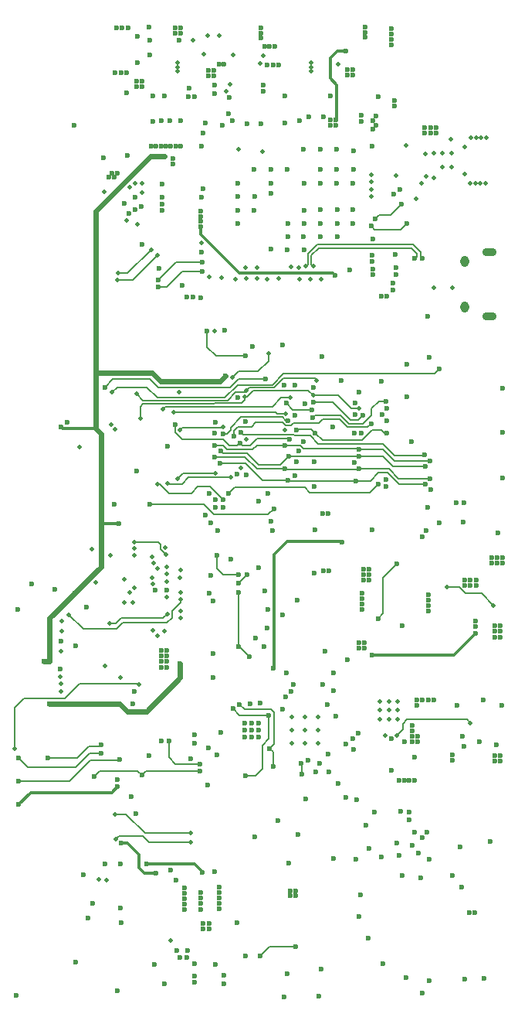
<source format=gbr>
%TF.GenerationSoftware,KiCad,Pcbnew,6.99.0-1.20221101gitf80c150.fc36*%
%TF.CreationDate,2022-11-27T19:34:27+00:00*%
%TF.ProjectId,bugg-main-r4,62756767-2d6d-4616-996e-2d72342e6b69,rev?*%
%TF.SameCoordinates,Original*%
%TF.FileFunction,Copper,L4,Inr*%
%TF.FilePolarity,Positive*%
%FSLAX46Y46*%
G04 Gerber Fmt 4.6, Leading zero omitted, Abs format (unit mm)*
G04 Created by KiCad (PCBNEW 6.99.0-1.20221101gitf80c150.fc36) date 2022-11-27 19:34:27*
%MOMM*%
%LPD*%
G01*
G04 APERTURE LIST*
%TA.AperFunction,ComponentPad*%
%ADD10O,0.950000X1.250000*%
%TD*%
%TA.AperFunction,ComponentPad*%
%ADD11O,1.550000X0.890000*%
%TD*%
%TA.AperFunction,ComponentPad*%
%ADD12C,0.500000*%
%TD*%
%TA.AperFunction,ComponentPad*%
%ADD13C,0.600000*%
%TD*%
%TA.AperFunction,ViaPad*%
%ADD14C,0.600000*%
%TD*%
%TA.AperFunction,ViaPad*%
%ADD15C,0.500000*%
%TD*%
%TA.AperFunction,Conductor*%
%ADD16C,0.150000*%
%TD*%
%TA.AperFunction,Conductor*%
%ADD17C,0.600000*%
%TD*%
%TA.AperFunction,Conductor*%
%ADD18C,0.300000*%
%TD*%
%TA.AperFunction,Conductor*%
%ADD19C,0.200000*%
%TD*%
G04 APERTURE END LIST*
D10*
%TO.N,GND*%
%TO.C,J15*%
X23499999Y34699999D03*
D11*
X26199999Y35699999D03*
D10*
X23499999Y29699999D03*
D11*
X26199999Y28699999D03*
%TD*%
D12*
%TO.N,-15V*%
%TO.C,U18*%
X7367462Y-18075000D03*
X4467462Y-18075000D03*
X7367462Y-16625000D03*
X4467462Y-16625000D03*
X5917462Y-16625000D03*
X5917462Y-18075000D03*
X7367462Y-15175000D03*
X5917462Y-15175000D03*
X4467462Y-15175000D03*
%TD*%
%TO.N,GNDA*%
%TO.C,U28*%
X16125000Y-15375000D03*
X16125000Y-14400000D03*
X16125000Y-13425000D03*
X14175000Y-13425000D03*
X15150000Y-14400000D03*
X14175000Y-14400000D03*
X15150000Y-13425000D03*
X14175000Y-15375000D03*
X15150000Y-15375000D03*
%TD*%
D13*
%TO.N,-15V*%
%TO.C,U23*%
X-625000Y-16625000D03*
X-625000Y-15875000D03*
X875000Y-15875000D03*
X875000Y-17375000D03*
X125000Y-15875000D03*
X875000Y-16625000D03*
X-625000Y-17375000D03*
X125000Y-16625000D03*
X125000Y-17375000D03*
%TD*%
D14*
%TO.N,+3.3VADC*%
X-1400000Y19800000D03*
X19700000Y9750000D03*
X3650000Y21200000D03*
X14800000Y10050000D03*
X17100000Y19900000D03*
X7800000Y24300000D03*
X12150000Y15950000D03*
X14900000Y17300000D03*
X6950000Y10050000D03*
X11450000Y19250000D03*
X11450000Y17950000D03*
X11400000Y12700000D03*
X-475000Y11375000D03*
X14900000Y18600000D03*
X5050000Y12750000D03*
X153631Y25396369D03*
X7900000Y-11600000D03*
X850000Y8500000D03*
D15*
%TO.N,/SCL*%
X-7700000Y-3600000D03*
X-14550000Y33400000D03*
X-10900000Y36000000D03*
X-14900000Y16350000D03*
%TO.N,/SDA*%
X-15350000Y16850000D03*
X-14600000Y32650000D03*
X-15500000Y-4900000D03*
X-9150000Y-3900000D03*
X-18800000Y14400000D03*
X-10250000Y35350000D03*
%TO.N,/FSYNC*%
X-12750000Y3950000D03*
X11850000Y18600000D03*
X6850000Y20050000D03*
X-650000Y19900000D03*
X-9300000Y2600000D03*
X-12450000Y38750000D03*
X-12100000Y17500000D03*
%TO.N,/BCLK*%
X-13600000Y39200000D03*
X-12550000Y20250000D03*
X-1050000Y12100000D03*
X-500000Y20550000D03*
X-12900000Y-2600000D03*
X7200000Y21700000D03*
X-500000Y15250000D03*
%TO.N,/SDOUT*%
X-12750000Y2500000D03*
D14*
%TO.N,GND*%
X17650000Y15000000D03*
X15400000Y58400000D03*
X350000Y40300000D03*
X7647207Y46950000D03*
X9500000Y38900000D03*
D15*
X22100000Y31850000D03*
D14*
X-12450000Y59381420D03*
X-6850000Y52775000D03*
X6950000Y12750000D03*
X-13450000Y60300000D03*
X9500000Y40350000D03*
D15*
X19250000Y44050000D03*
X-1300000Y47000000D03*
D14*
X-14200000Y55403621D03*
D15*
X24700000Y48250000D03*
D14*
X-5500000Y-35600000D03*
X4050000Y38900000D03*
X-6350000Y30850000D03*
X-11100000Y58950000D03*
X-10600000Y-42250000D03*
X-10450000Y-1300000D03*
X3750000Y49900000D03*
X19400000Y28700000D03*
X1900000Y9350000D03*
D15*
X19150000Y46500000D03*
D14*
X-9700000Y41700000D03*
D15*
X6600000Y56000000D03*
D14*
X-3150000Y49600000D03*
X9950000Y21700000D03*
X-17850000Y-37200000D03*
X8750000Y52800000D03*
X5800000Y46950000D03*
X2175000Y42150000D03*
X15800000Y52300000D03*
X-7050000Y30850000D03*
X-13650000Y55400000D03*
X15850000Y35500000D03*
D15*
X-5150000Y57400000D03*
D14*
X7950000Y50550000D03*
X14300000Y30900000D03*
X1400000Y54000000D03*
X-8250000Y60300000D03*
D15*
X22050000Y45050000D03*
X24150000Y48250000D03*
X-8000000Y55500000D03*
X-4700000Y59450000D03*
D14*
X-12600000Y-25750000D03*
X-3450000Y-34350000D03*
X3750000Y52800000D03*
X14000000Y52750000D03*
X15800000Y51700000D03*
D15*
X-3500000Y59450000D03*
D14*
X7650000Y40350000D03*
D15*
X18100000Y41600000D03*
D14*
X-9700000Y40300000D03*
X-3450000Y-36150000D03*
X-4000000Y54050000D03*
X-21450000Y-1200000D03*
X-6200000Y-43550000D03*
D15*
X21000000Y45050000D03*
D14*
X8400000Y-13800000D03*
X-14300000Y-31250000D03*
D15*
X-7650000Y-4300000D03*
D14*
X-3450000Y-35550000D03*
D15*
X20100000Y43850000D03*
D14*
X5850000Y36000000D03*
D15*
X-13850000Y-100000D03*
X21000000Y46550000D03*
D14*
X-10050000Y33950000D03*
X15700000Y42050000D03*
X12100000Y50050000D03*
X23300000Y6150000D03*
D15*
X-1950000Y57300000D03*
D14*
X-5500000Y-34400000D03*
X15600000Y31600000D03*
X-13150000Y-23850000D03*
D15*
X25800000Y48250000D03*
D14*
X-1450000Y43250000D03*
X15900000Y34000000D03*
X-5400000Y47350000D03*
X11150000Y38900000D03*
X27600000Y20800000D03*
X-6200000Y-42200000D03*
X-14100000Y60300000D03*
D15*
X-17000000Y-400000D03*
X-8000000Y56500000D03*
D14*
X8950000Y16600000D03*
X-400000Y49800000D03*
D15*
X15950000Y44100000D03*
D14*
X-19200000Y-42000000D03*
D15*
X20050000Y46550000D03*
D14*
X5376400Y50086400D03*
X19400000Y7750000D03*
X-11100000Y57350000D03*
X15400000Y59600000D03*
X-11200000Y60400000D03*
X-6175000Y52775000D03*
X-8200000Y-33050000D03*
X7650000Y44750000D03*
X15900000Y33300000D03*
X5850000Y38850000D03*
X13300000Y47350000D03*
X5800000Y37400000D03*
D15*
X20050000Y31850000D03*
X17050000Y47450000D03*
D14*
X6350000Y50550000D03*
D15*
X-6350000Y58900000D03*
D14*
X-6200000Y-44200000D03*
D15*
X23450000Y47250000D03*
D14*
X-13550000Y46350000D03*
X9500000Y37400000D03*
D15*
X-2300000Y54100000D03*
D14*
X-7700000Y50100000D03*
X27600000Y16000000D03*
X5800000Y15000000D03*
X-14600000Y-45150000D03*
X11250000Y46850000D03*
X15600000Y32350000D03*
X9450000Y43300000D03*
D15*
X3750000Y16250000D03*
D14*
X-1450000Y38850000D03*
X-1450000Y41800000D03*
X-5450000Y30750000D03*
X-8250000Y59700000D03*
D15*
X-8000000Y56000000D03*
D14*
X-10750000Y52800000D03*
X-18400000Y-32400000D03*
X13400000Y33900000D03*
X-20100000Y17100000D03*
X-11150000Y-19400000D03*
X-9700000Y41000000D03*
X7650000Y37400000D03*
D15*
X22000000Y46550000D03*
D14*
X2200000Y43250000D03*
X-5500000Y-35000000D03*
D15*
X-2700000Y53350000D03*
D14*
X-9450000Y52850000D03*
D15*
X25200000Y43300000D03*
D14*
X11150000Y43250000D03*
D15*
X21900000Y48050000D03*
D14*
X4000000Y44750000D03*
X11250000Y44750000D03*
X11150000Y40400000D03*
X13350000Y37150000D03*
X1500000Y58250000D03*
D15*
X-15400000Y2550000D03*
D14*
X2050000Y58250000D03*
X11400000Y15900000D03*
X-4550000Y9300000D03*
X-7050000Y-41450000D03*
D15*
X6600000Y56500000D03*
D14*
X2200000Y36050000D03*
D15*
X-4600000Y33000000D03*
D14*
X-9800000Y50086400D03*
X-14250000Y-37650000D03*
X-18000000Y-3150000D03*
X-8850000Y50086400D03*
X-20850000Y-6850000D03*
X7650000Y38850000D03*
X-8550000Y45950000D03*
X350000Y44750000D03*
X-16150000Y46050000D03*
X9450000Y47000000D03*
X400000Y41800000D03*
D15*
X25250000Y48250000D03*
X18700000Y43300000D03*
D14*
X-3450000Y-34950000D03*
X-12450000Y56500000D03*
X-14600000Y-22000000D03*
X9450000Y44750000D03*
X13400000Y33250000D03*
X-7650000Y60300000D03*
X-7900000Y58950000D03*
D15*
X23450000Y44300000D03*
D14*
X15400000Y60200000D03*
X-4000000Y53100000D03*
X-550000Y17150000D03*
X13300000Y34750000D03*
X-19400000Y49600000D03*
X-7650000Y59700000D03*
X-5400000Y35700000D03*
D15*
X6600000Y55500000D03*
D14*
X9100000Y-12300000D03*
X12100000Y50700000D03*
X-4956400Y49900000D03*
X2600000Y58250000D03*
X-25700000Y-45650000D03*
X-25550000Y-3350000D03*
X-3450000Y-33750000D03*
X-4350000Y6100000D03*
X27600000Y11000000D03*
X20650000Y6100000D03*
X-5500000Y-36200000D03*
X-10750000Y50050000D03*
X-4000000Y15900000D03*
X15400000Y59000000D03*
X2250000Y6250000D03*
D15*
X24100000Y43300000D03*
X1250000Y46750000D03*
D14*
X-6800000Y53650000D03*
X5850000Y43300000D03*
X7900000Y7150000D03*
X1350000Y53350000D03*
X-8750000Y-31900000D03*
X-2400000Y50900000D03*
X-8550000Y45400000D03*
X7650000Y43300000D03*
D15*
X1000000Y56400000D03*
D14*
X-14750000Y60300000D03*
X2200000Y44750000D03*
X23350000Y8300000D03*
X13300000Y35350000D03*
X-13600000Y53200000D03*
X8500000Y7150000D03*
X-2000000Y50100000D03*
X-2350000Y52700000D03*
X-19200000Y-7400000D03*
X-1450000Y40300000D03*
D15*
X1350000Y57250000D03*
X-16000000Y-9550000D03*
D14*
X10850000Y33800000D03*
X14900000Y30900000D03*
X5850000Y40300000D03*
D15*
X-20900000Y-10750000D03*
X25750000Y43300000D03*
D14*
X-7500000Y32050000D03*
D15*
X24650000Y43300000D03*
D14*
X-14850000Y55400000D03*
X4050000Y37400000D03*
X4000000Y36000000D03*
X-24050000Y-600000D03*
%TO.N,+3V3*%
X-22050000Y-13750000D03*
X-7750000Y-9300000D03*
X-22050000Y-9100000D03*
X-10400000Y-32300000D03*
X-9500000Y46250000D03*
X-14250000Y-29000000D03*
X-20800000Y16625000D03*
X-17000000Y34200000D03*
X-14450000Y6050000D03*
X-22650000Y-9100000D03*
X-2800000Y22200000D03*
X-19275000Y-1575000D03*
X-12000000Y-14550000D03*
%TO.N,/Power and input connector/Vin*%
X13700000Y50650000D03*
X1100000Y59150000D03*
X13350000Y50150000D03*
X1100000Y60250000D03*
X12550000Y60350000D03*
X1100000Y59700000D03*
X13350000Y49150000D03*
X13700000Y49650000D03*
X12550000Y59250000D03*
X12550000Y59800000D03*
D15*
%TO.N,/Modem/UIM_SIM_DET*%
X-5400000Y36750000D03*
X-3975000Y27075000D03*
D14*
%TO.N,/Modem/UIM_VCC*%
X-25450800Y-24739600D03*
X-5550000Y-20300000D03*
D15*
X13206594Y41793406D03*
D14*
X-9000000Y-17800000D03*
X-14600000Y-22800000D03*
%TO.N,/Modem/UIM_RESET_N*%
X-6600000Y-19700000D03*
X-25450800Y-22199600D03*
X-14350000Y-19800000D03*
D15*
X13200000Y44200000D03*
D14*
%TO.N,/Modem/UIM_CLK_R*%
X-16400000Y-19100000D03*
X-25450800Y-19659600D03*
%TO.N,/Power and input connector/VIN_DCDC_3V7*%
X10600000Y55100000D03*
X2450000Y56250000D03*
X1800000Y56250000D03*
X11150000Y55100000D03*
X10600000Y55700000D03*
X3100000Y56250000D03*
X11150000Y55700000D03*
D15*
%TO.N,/SD_DAT2*%
X-9400000Y3350000D03*
X-20830000Y-12370000D03*
%TO.N,/SD_DAT3*%
X-9250000Y-2000000D03*
X-20850000Y-11550000D03*
D14*
%TO.N,/SD_CMD*%
X-20900000Y-9900000D03*
D15*
X-13850000Y-2650000D03*
%TO.N,/SD_CLK*%
X-20800000Y-8000000D03*
D14*
X-9250000Y-1250000D03*
D15*
%TO.N,/SD_DAT0*%
X-13300000Y-1550000D03*
X-20700000Y-5750000D03*
%TO.N,/SD_DAT1*%
X-12750000Y-1050000D03*
X-20700000Y-4670000D03*
%TO.N,/SD_nDET*%
X-19950000Y-3950000D03*
X-7700000Y-2300000D03*
D14*
%TO.N,/LED driver\u002C LED board connections/LED3_B*%
X-12700000Y40350000D03*
%TO.N,VBUS*%
X-14950000Y43900000D03*
X18800000Y-45400000D03*
X-4600000Y-37750000D03*
X-5200000Y-38350000D03*
X-4600000Y-38350000D03*
X-15250000Y44400000D03*
X-11050000Y8100000D03*
X-5350000Y-32200000D03*
X-11400000Y-31250000D03*
X-15550000Y43900000D03*
X-14650000Y44400000D03*
X18850000Y4550000D03*
X-5200000Y-37750000D03*
X2550000Y7650000D03*
%TO.N,/USB_OTG_ID*%
X22550000Y8300000D03*
X19600000Y24250000D03*
X17100000Y23450000D03*
%TO.N,/Power and input connector/VIN_DCDC_5*%
X-4050000Y55600000D03*
X-4050000Y55000000D03*
X-11900000Y53850000D03*
X-12500000Y53850000D03*
X-4650000Y55600000D03*
X-4650000Y55000000D03*
X-12500000Y54450000D03*
X-11900000Y54450000D03*
D15*
%TO.N,/RXD*%
X-10200000Y-6300000D03*
X-14800000Y-28500000D03*
X-6600000Y-28850000D03*
%TO.N,/TXD*%
X-14850000Y-25800000D03*
X-10700000Y-5650000D03*
X-6600000Y-27900000D03*
D14*
%TO.N,/LED driver\u002C LED board connections/LED3_G*%
X-12000000Y40700000D03*
%TO.N,/nPWR_LED*%
X-13850000Y41100000D03*
X-17325000Y-35525000D03*
%TO.N,/LED driver\u002C LED board connections/LED2_B*%
X-12700000Y41700000D03*
D15*
%TO.N,/LED driver\u002C LED board connections/LED2_G*%
X-11900000Y42250000D03*
%TO.N,/LED driver\u002C LED board connections/LED2_R*%
X-13300000Y42850000D03*
%TO.N,/LED driver\u002C LED board connections/LED1_B*%
X-16100000Y42300000D03*
X-11900000Y43250000D03*
%TO.N,/LED driver\u002C LED board connections/LED1_G*%
X-12700000Y43250000D03*
D14*
%TO.N,/LED driver\u002C LED board connections/LED1_R*%
X-9750000Y43200000D03*
%TO.N,+5V*%
X17700000Y-16100000D03*
X27350000Y-5800000D03*
X26750000Y-6400000D03*
X2450000Y-9800000D03*
X17700000Y-17300000D03*
X-9100000Y14500000D03*
X10000000Y4000000D03*
X-8750000Y47350000D03*
X-3500000Y56300000D03*
X-9850000Y-8500000D03*
X-2950000Y56300000D03*
X-5200000Y48800000D03*
X26750000Y-5200000D03*
X27050000Y2300000D03*
X-9850000Y-9100000D03*
X-7650000Y47350000D03*
X27500000Y-13850000D03*
X-9250000Y-7900000D03*
X-9850000Y47350000D03*
X-11900000Y36600000D03*
X27650000Y2300000D03*
X-9850000Y-7900000D03*
X-10950000Y47350000D03*
X26750000Y-5800000D03*
X17700000Y-17900000D03*
X26450000Y2300000D03*
X18300000Y-17900000D03*
X27350000Y-6400000D03*
X17700000Y-16700000D03*
X-9850000Y-9700000D03*
X27350000Y-5200000D03*
X27050000Y1700000D03*
X-9250000Y-9100000D03*
X27650000Y1700000D03*
X-9300000Y47350000D03*
X18300000Y-17300000D03*
X26450000Y1700000D03*
X-9250000Y-8500000D03*
X22600000Y-13850000D03*
X-8200000Y47350000D03*
X-9250000Y-9700000D03*
X-10400000Y47350000D03*
%TO.N,/USB_UART_DN*%
X-8150000Y-40700000D03*
%TO.N,/USB_UART_DP*%
X-6900000Y-40700000D03*
D15*
%TO.N,/POWER_ON_N*%
X-7700000Y900000D03*
X-3000000Y16600000D03*
X-7750000Y16250000D03*
%TO.N,/RESET_IN_N*%
X-2150000Y11050000D03*
X-9150000Y10400000D03*
X-9250000Y1250000D03*
%TO.N,/BOOT_MODE*%
X-8000000Y10950000D03*
X-3900000Y11550000D03*
X-9250000Y-300000D03*
%TO.N,/WAKE*%
X-2000000Y22000000D03*
X1950000Y24600000D03*
D14*
%TO.N,GNDA*%
X16300000Y-22100000D03*
X-2950000Y-44350000D03*
X20050000Y-13300000D03*
X11300000Y-18700000D03*
X23432951Y-43845022D03*
X11600000Y-24250000D03*
X-3650000Y5250000D03*
X7500000Y-45700000D03*
X-2950000Y-43450000D03*
X19600000Y-30750000D03*
X26250000Y-28750000D03*
X19450000Y-1750000D03*
X23400000Y-18400000D03*
X4900000Y-34750000D03*
X9100000Y-10300000D03*
X1450000Y-7450000D03*
X-4550000Y-1600000D03*
X26900000Y-18200000D03*
X27100000Y5000000D03*
X22950000Y-29400000D03*
X9100000Y-30650000D03*
X16850000Y-22100000D03*
X8550000Y-21150000D03*
X3625000Y-45800000D03*
X25600000Y-43800000D03*
X10578849Y-8870138D03*
X1900000Y-3350000D03*
X9600000Y-22400000D03*
X12200000Y-1600000D03*
X2400000Y5250000D03*
X22100000Y-19300000D03*
X3900000Y-10350000D03*
X11550000Y-30700000D03*
X18250000Y-13300000D03*
X25500000Y-13300000D03*
X4900000Y-34200000D03*
X23150000Y-33750000D03*
X17950000Y-22100000D03*
X19450000Y-3550000D03*
X19450000Y-13300000D03*
X4350000Y-34750000D03*
X24650000Y-5250000D03*
X12900000Y-39400000D03*
X19450000Y-2950000D03*
X19250000Y5250000D03*
X24650000Y-4650000D03*
X6250000Y-19900000D03*
X7100000Y-21150000D03*
X3000000Y-26500000D03*
X18250000Y-13900000D03*
X17400000Y-22100000D03*
X-2200000Y2150000D03*
X1550000Y-1350000D03*
X4000000Y-43250000D03*
X19450000Y-2350000D03*
X-4650000Y-18550000D03*
X15400000Y-17550000D03*
X4350000Y-34200000D03*
X12650000Y-27050000D03*
X13300000Y5300000D03*
X-3850000Y-42250000D03*
X8100000Y-7950000D03*
X12200000Y-2800000D03*
X22100000Y-19900000D03*
X25050000Y-17850000D03*
X17350000Y-26400000D03*
X400000Y-28300000D03*
X7000000Y5350000D03*
X-4150000Y-8200000D03*
X-4750000Y-22650000D03*
X18850000Y-13300000D03*
X14450000Y-42150000D03*
X12200000Y-2200000D03*
X7700000Y-42800000D03*
X5200000Y-28000000D03*
X6950000Y550000D03*
X16650000Y-5200000D03*
X12200000Y-3400000D03*
X-4400000Y350000D03*
%TO.N,/MIC_IN_P*%
X-550000Y-41300000D03*
D15*
%TO.N,/WAKE_ON_WWAN*%
X3850000Y18050000D03*
X-10650000Y1700000D03*
X-8450000Y18200000D03*
%TO.N,/TX_ON*%
X4350000Y19800000D03*
X-10800000Y2400000D03*
X-9600000Y18550000D03*
D14*
%TO.N,/Modem/1V8_TX_ON*%
X-5400000Y41700000D03*
X4850000Y21200000D03*
%TO.N,/Modem/1V8_WAKE_ON_WWAN*%
X5900000Y19100000D03*
X16336715Y42563286D03*
%TO.N,/Modem/1V8_WAKE*%
X3450000Y25550000D03*
D15*
X4400000Y34100000D03*
D14*
%TO.N,/Modem/1V8_BOOT_MODE*%
X5250000Y13950000D03*
X1150000Y49750000D03*
D15*
%TO.N,/Modem/1V8_RESET_IN_N*%
X5250000Y34050000D03*
D14*
X4850000Y11300000D03*
%TO.N,/Modem/1V8_POWER_ON_N*%
X4850000Y17850000D03*
X-5250000Y42700000D03*
%TO.N,Net-(D1-K)*%
X-14300000Y-36100000D03*
X-15950000Y-31250000D03*
D15*
%TO.N,/MODEM_USB_DN*%
X6050000Y34200000D03*
D14*
X18800000Y35050000D03*
D15*
%TO.N,/MODEM_USB_DP*%
X6850000Y34200000D03*
D14*
X18000000Y35050000D03*
%TO.N,Net-(D3-K)*%
X-9500000Y-44350000D03*
X1650000Y21850000D03*
X-16000000Y20950000D03*
%TO.N,+3V7*%
X9200000Y33200000D03*
X9350000Y49600000D03*
X10400000Y57750000D03*
X8750000Y49600000D03*
X8750000Y50200000D03*
X-5450000Y39100000D03*
X9350000Y50200000D03*
X-5450000Y40200000D03*
X-5450000Y38550000D03*
X-5450000Y39650000D03*
D15*
%TO.N,/Modem/UIM_CLK*%
X13200000Y42600000D03*
D14*
X-6150000Y-17100000D03*
%TO.N,/GLOBAL_EN_o*%
X-12800000Y-12350000D03*
X-15000000Y8100000D03*
D15*
%TO.N,/nRPIBOOT*%
X-14300000Y-10850000D03*
X-15200000Y20400000D03*
D14*
X20681118Y22932069D03*
D15*
%TO.N,/3V7_EN*%
X-10800000Y100000D03*
X9600000Y56300000D03*
%TO.N,/nPWR_LED_BUF*%
X-25900000Y-18600000D03*
X-15800000Y-33050000D03*
X-12300000Y-11600000D03*
D14*
%TO.N,/MIC_IN_N*%
X4900000Y-40300000D03*
X1050000Y-41300000D03*
%TO.N,Net-(Module1A-RUN_PG)*%
X-12950000Y-13750000D03*
D15*
%TO.N,Net-(U7-UART1_TX)*%
X-600000Y34050000D03*
D14*
X-10109200Y32715200D03*
X-5283200Y34645600D03*
%TO.N,Net-(U7-UART1_RX)*%
X-10109200Y31902400D03*
D15*
X650000Y34050000D03*
D14*
X-5283200Y33578800D03*
%TO.N,Net-(U7-SYS_CLK)*%
X13200000Y38600000D03*
X17100000Y38900000D03*
%TO.N,Net-(U7-SLEEP_CLK)*%
X16500000Y41000000D03*
X13650000Y39400000D03*
%TO.N,/Modem/UIM_DATA*%
X-22250400Y-19659600D03*
D15*
X13200000Y43412246D03*
D14*
X-16400000Y-18200000D03*
X-6150000Y-18000000D03*
%TO.N,Net-(U18A-SOUT2)*%
X4150000Y-31150000D03*
X6050000Y-24150000D03*
%TO.N,Net-(U18A-SOUT1)*%
X5500000Y-20200000D03*
X5600000Y-21450000D03*
%TO.N,+15V*%
X7550000Y-20250000D03*
X-1550000Y-37650000D03*
X550000Y-6500000D03*
X12500000Y-7050000D03*
X5100000Y-2400000D03*
X11900000Y-7050000D03*
X-100000Y-13750000D03*
X11900000Y-7650000D03*
X11850000Y-37000000D03*
X12500000Y-7650000D03*
%TO.N,-15V*%
X-3950000Y-32100000D03*
X8500000Y-19250000D03*
X27400000Y-19350000D03*
X1800000Y-5450000D03*
X12050000Y-34600000D03*
X26800000Y-19950000D03*
X-3300000Y-16850000D03*
X-4150000Y-10850000D03*
X26800000Y-19350000D03*
X27400000Y-19950000D03*
%TO.N,Net-(U27-IN+)*%
X-400000Y400000D03*
X-1350000Y-550000D03*
%TO.N,Net-(U27-IN-)*%
X-3700000Y2500000D03*
X-1300000Y400000D03*
%TO.N,+1V8*%
X900000Y1150000D03*
X23200000Y-17300000D03*
X24650000Y-6050000D03*
X13289077Y-8387876D03*
%TO.N,+48V*%
X24600000Y-36550000D03*
X8000000Y850000D03*
X16900000Y-17900000D03*
X8600000Y850000D03*
X24000000Y-36550000D03*
X15450000Y-21000000D03*
%TO.N,+3.3VA*%
X17750000Y-29200000D03*
X17000000Y-43650000D03*
%TO.N,/Power and input connector/-15_O*%
X18000000Y-19600000D03*
X11750000Y-16900000D03*
%TO.N,Net-(C71-Pad2)*%
X-150000Y-8550000D03*
X-1300000Y-7450000D03*
X-1300000Y-1550000D03*
%TO.N,Net-(D14-A)*%
X-3750000Y-19300000D03*
X1000000Y-13650000D03*
%TO.N,/SDOUT_INT_MIC*%
X-12550000Y11800000D03*
X-13400000Y39950000D03*
%TO.N,+5VA*%
X3450000Y-4000000D03*
X-4150000Y-2450000D03*
%TO.N,/EXT_MIC_EN*%
X-600000Y24350000D03*
D15*
X-10250000Y1100000D03*
D14*
X-4800000Y27100000D03*
D15*
X26600000Y-2950000D03*
D14*
X-3050000Y8650000D03*
D15*
X14750000Y-17150000D03*
X16050000Y-17150000D03*
X-10200000Y10350000D03*
X21500000Y-950000D03*
X24100000Y-15800000D03*
%TO.N,/SPI_SCLK*%
X-7800000Y100000D03*
%TO.N,/SPI_nCS*%
X-10750000Y-600000D03*
%TO.N,/SPI_MOSI*%
X-7650000Y-1550000D03*
D14*
%TO.N,Net-(Q13-D)*%
X22150000Y-32550000D03*
X18650000Y-32750000D03*
%TO.N,Net-(Q14-D)*%
X16600000Y-32500000D03*
X18800000Y-28350000D03*
%TO.N,/External Microphone Interface/PIP_EN*%
X19300000Y-27750000D03*
X16400000Y-25450000D03*
X9300000Y-15050000D03*
X10400000Y-23950000D03*
%TO.N,/External Microphone Interface/P3V3_EN*%
X17350000Y-25550000D03*
X11150000Y-17500000D03*
%TO.N,/External Microphone Interface/P48_EN*%
X18000000Y-27800000D03*
X10400000Y-18100000D03*
X13600000Y-25550000D03*
X19600000Y-44000000D03*
X18350000Y-30100000D03*
%TO.N,Net-(Q20-D)*%
X14300000Y-30500000D03*
X12950000Y-29550000D03*
%TO.N,Net-(Q21-D)*%
X16050000Y-29000000D03*
X16300000Y-30300000D03*
%TO.N,Net-(U18A-IN1)*%
X2450000Y-20600000D03*
X2062500Y-18587500D03*
X-1275000Y-13775000D03*
%TO.N,Net-(U18A-IN2)*%
X1950000Y-14950000D03*
X-600000Y-21600000D03*
X-1950000Y-14250000D03*
%TO.N,/External Microphone Interface/CNV*%
X14300000Y21550000D03*
X13950000Y10300000D03*
X-2400000Y9300000D03*
%TO.N,/External Microphone Interface/SCK*%
X-1500000Y11450000D03*
X-3900000Y17100000D03*
%TO.N,/External Microphone Interface/AMP_MOSI*%
X-3050000Y7800000D03*
X4700000Y-11600000D03*
%TO.N,/External Microphone Interface/AMP_SCLK*%
X4450000Y-12400000D03*
X-3850000Y7800000D03*
%TO.N,/External Microphone Interface/AMP_nCS*%
X-3850000Y8600000D03*
X3850000Y-12950000D03*
%TO.N,/External Microphone Interface/Q0*%
X19116421Y10316421D03*
X-3350000Y12650000D03*
X11550000Y10700000D03*
X4050000Y10750000D03*
%TO.N,/External Microphone Interface/Q1*%
X-3975000Y13325000D03*
X11850000Y12000000D03*
X19650000Y10950000D03*
X3750000Y12000000D03*
%TO.N,/External Microphone Interface/Q2*%
X-3300000Y14000000D03*
X19150000Y12250000D03*
X11900000Y13350000D03*
X4150000Y13350000D03*
%TO.N,/External Microphone Interface/Q3*%
X3750000Y14600000D03*
X19650000Y12900000D03*
X-3950000Y14600000D03*
X11900000Y14150000D03*
%TO.N,/External Microphone Interface/Q4*%
X14900000Y15900000D03*
X7050000Y15950000D03*
X-1200000Y14850000D03*
X4250000Y15200000D03*
X-8300000Y16850000D03*
X5050000Y16250000D03*
%TO.N,/External Microphone Interface/CLK_H*%
X-1100000Y16000000D03*
X19100000Y13550000D03*
%TO.N,/External Microphone Interface/RST*%
X11850000Y20400000D03*
X13200000Y16950000D03*
X-1850000Y15550000D03*
%TO.N,/External Microphone Interface/!Qeq2*%
X6675000Y18475000D03*
X3900000Y19200000D03*
%TO.N,/External Microphone Interface/!Qeq10*%
X14400000Y17950000D03*
X14800000Y10850000D03*
%TO.N,/External Microphone Interface/Qeq2*%
X6900000Y20950000D03*
X6750000Y17650000D03*
X14800000Y19400000D03*
%TO.N,/External Microphone Interface/AMP_RST*%
X-3050000Y15850000D03*
X3467462Y-14282538D03*
X-4950000Y6950000D03*
X4050000Y17300000D03*
%TO.N,Net-(U19A-~{R})*%
X12300000Y17850000D03*
X6900000Y19300000D03*
D15*
%TO.N,/SHDNZ*%
X-9250000Y500000D03*
X-7900000Y20400000D03*
%TO.N,/LED_ACT*%
X-16700000Y-32950000D03*
X-17400000Y3200000D03*
X-12750000Y3300000D03*
%TO.N,/LED_USER*%
X-9450000Y-5750000D03*
X-8750000Y-39650000D03*
D14*
%TO.N,/Power and input connector/LT_VIN*%
X24700000Y-800000D03*
X12350000Y450000D03*
X24100000Y-200000D03*
X12350000Y1050000D03*
X12350000Y-150000D03*
X24700000Y-200000D03*
X12950000Y1050000D03*
X23500000Y-800000D03*
X23500000Y-200000D03*
X12950000Y-150000D03*
X12950000Y450000D03*
X24100000Y-800000D03*
%TO.N,/Power and input connector/LT_VOUT*%
X13950000Y-4400000D03*
X16000000Y1600000D03*
%TO.N,/Modem/UIM_DSW*%
X-5550000Y-21100000D03*
X-17170400Y-21640800D03*
X-11950000Y-21550000D03*
X-9850000Y-17800000D03*
X-2850000Y27150000D03*
D15*
%TO.N,/Modem/J1*%
X-3170000Y32950000D03*
%TO.N,/Modem/J2*%
X-1700000Y32800000D03*
%TO.N,/Modem/J3*%
X-510000Y32810000D03*
%TO.N,/Modem/J4*%
X650000Y32820000D03*
%TO.N,/Modem/J5*%
X1810000Y32800000D03*
%TO.N,/Modem/J6*%
X3100000Y32830000D03*
%TO.N,/Modem/J7*%
X5380000Y32800000D03*
%TO.N,/Modem/J8*%
X6550000Y32800000D03*
%TO.N,/Modem/J9*%
X7700000Y32800000D03*
D14*
%TO.N,IN_VIN*%
X-7300000Y-36250000D03*
X-7300000Y-33850000D03*
X-7300000Y-35050000D03*
X19700000Y48750000D03*
X-7300000Y-34450000D03*
X20300000Y49350000D03*
X20300000Y48750000D03*
X19700000Y49350000D03*
X-7800000Y-41450000D03*
X-7300000Y-35650000D03*
X19100000Y49350000D03*
X19100000Y48750000D03*
%TD*%
D16*
%TO.N,/SCL*%
X-14550000Y33400000D02*
X-13500000Y33400000D01*
X-13500000Y33400000D02*
X-10900000Y36000000D01*
%TO.N,/SDA*%
X-12950000Y32650000D02*
X-10250000Y35350000D01*
X-14800000Y-4900000D02*
X-15500000Y-4900000D01*
X-14250000Y-4350000D02*
X-14800000Y-4900000D01*
X-9600000Y-4350000D02*
X-14250000Y-4350000D01*
X-14600000Y32650000D02*
X-12950000Y32650000D01*
X-9150000Y-3900000D02*
X-9600000Y-4350000D01*
%TO.N,/FSYNC*%
X-9300000Y2600000D02*
X-9325000Y2600000D01*
X-650000Y19550000D02*
X-650000Y19900000D01*
X-9325000Y2600000D02*
X-9900000Y3175000D01*
X11050000Y18600000D02*
X11850000Y18600000D01*
X6850000Y20050000D02*
X6300000Y20600000D01*
X9600000Y20050000D02*
X11050000Y18600000D01*
X-450000Y19900000D02*
X-650000Y19900000D01*
X-9900000Y3175000D02*
X-9900000Y3700000D01*
X6850000Y20050000D02*
X9600000Y20050000D01*
X-3950000Y19200000D02*
X-1000000Y19200000D01*
X-1000000Y19200000D02*
X-650000Y19550000D01*
X-4050000Y19100000D02*
X-3950000Y19200000D01*
X6300000Y20600000D02*
X250000Y20600000D01*
X-12100000Y18800000D02*
X-11800000Y19100000D01*
X-12100000Y17500000D02*
X-12100000Y18800000D01*
X-9900000Y3700000D02*
X-10150000Y3950000D01*
X-11800000Y19100000D02*
X-4050000Y19100000D01*
X-10150000Y3950000D02*
X-12750000Y3950000D01*
X250000Y20600000D02*
X-450000Y19900000D01*
%TO.N,/BCLK*%
X-11800000Y19500000D02*
X-12550000Y20250000D01*
X7000000Y21900000D02*
X7200000Y21700000D01*
X-150000Y20900000D02*
X2536827Y20900000D01*
X-1650000Y20400000D02*
X-2550000Y19500000D01*
X-650000Y20400000D02*
X-1650000Y20400000D01*
X-2550000Y19500000D02*
X-11800000Y19500000D01*
X-500000Y20550000D02*
X-650000Y20400000D01*
X3536827Y21900000D02*
X7000000Y21900000D01*
X-500000Y20550000D02*
X-150000Y20900000D01*
X2536827Y20900000D02*
X3536827Y21900000D01*
D17*
%TO.N,+3V3*%
X-22050000Y-4350000D02*
X-22050000Y-9100000D01*
X-2800000Y22200000D02*
X-3400000Y21600000D01*
X-14350000Y-13750000D02*
X-13550000Y-14550000D01*
D18*
X-13550000Y-29000000D02*
X-12300000Y-30250000D01*
D17*
X-17000000Y22500000D02*
X-17000000Y40250000D01*
D18*
X-12300000Y-30250000D02*
X-12300000Y-31700000D01*
X-17150000Y16450000D02*
X-17100000Y16500000D01*
X-14450000Y6050000D02*
X-16400000Y6050000D01*
D17*
X-17100000Y16500000D02*
X-16400000Y15800000D01*
X-9900000Y21600000D02*
X-10800000Y22500000D01*
X-7750000Y-10850000D02*
X-7750000Y-9300000D01*
X-11000000Y46250000D02*
X-9500000Y46250000D01*
D18*
X-11700000Y-32300000D02*
X-10400000Y-32300000D01*
D17*
X-17000000Y16600000D02*
X-17100000Y16500000D01*
X-11450000Y-14550000D02*
X-7750000Y-10850000D01*
X-13550000Y-14550000D02*
X-11450000Y-14550000D01*
X-17000000Y40250000D02*
X-11000000Y46250000D01*
X-10800000Y22500000D02*
X-17000000Y22500000D01*
X-16400000Y15800000D02*
X-16400000Y6050000D01*
X-3400000Y21600000D02*
X-9900000Y21600000D01*
X-22050000Y-13750000D02*
X-14350000Y-13750000D01*
D18*
X-14250000Y-29000000D02*
X-13550000Y-29000000D01*
D17*
X-16400000Y6050000D02*
X-16400000Y1300000D01*
D18*
X-20800000Y16625000D02*
X-20625000Y16450000D01*
X-12300000Y-31700000D02*
X-11700000Y-32300000D01*
D17*
X-22650000Y-9100000D02*
X-22050000Y-9100000D01*
D18*
X-20625000Y16450000D02*
X-17150000Y16450000D01*
D17*
X-17000000Y22500000D02*
X-17000000Y16600000D01*
X-16400000Y1300000D02*
X-22050000Y-4350000D01*
D18*
%TO.N,/Modem/UIM_VCC*%
X-14600000Y-22800000D02*
X-15218800Y-23418800D01*
D19*
X-9000000Y-19550000D02*
X-8250000Y-20300000D01*
X-8250000Y-20300000D02*
X-5550000Y-20300000D01*
D18*
X-25450800Y-24739600D02*
X-24130000Y-23418800D01*
X-15218800Y-23418800D02*
X-18531200Y-23418800D01*
D19*
X-9000000Y-17800000D02*
X-9000000Y-19550000D01*
D18*
X-24130000Y-23418800D02*
X-18531200Y-23418800D01*
D19*
%TO.N,/Modem/UIM_RESET_N*%
X-14463600Y-19913600D02*
X-17563600Y-19913600D01*
X-19849600Y-22199600D02*
X-25450800Y-22199600D01*
X-17563600Y-19913600D02*
X-19849600Y-22199600D01*
X-14350000Y-19800000D02*
X-14463600Y-19913600D01*
%TO.N,/Modem/UIM_CLK_R*%
X-17650800Y-19100800D02*
X-19174800Y-20624800D01*
X-16400800Y-19100800D02*
X-17650800Y-19100800D01*
X-16400000Y-19100000D02*
X-16400800Y-19100800D01*
X-24485600Y-20624800D02*
X-25450800Y-19659600D01*
X-19174800Y-20624800D02*
X-24485600Y-20624800D01*
D16*
%TO.N,/SD_nDET*%
X-14050000Y-4850000D02*
X-14700000Y-5500000D01*
X-8650000Y-4300000D02*
X-9200000Y-4850000D01*
X-14700000Y-5500000D02*
X-18400000Y-5500000D01*
X-7700000Y-2650000D02*
X-8650000Y-3600000D01*
X-18400000Y-5500000D02*
X-19950000Y-3950000D01*
X-8650000Y-3600000D02*
X-8650000Y-4300000D01*
X-7700000Y-2300000D02*
X-7700000Y-2650000D01*
X-9200000Y-4850000D02*
X-14050000Y-4850000D01*
D18*
%TO.N,VBUS*%
X-5350000Y-32100000D02*
X-5350000Y-32200000D01*
D19*
X-4050000Y7000000D02*
X-5150000Y8100000D01*
D18*
X-6200000Y-31250000D02*
X-5500000Y-31950000D01*
D19*
X-5150000Y8100000D02*
X-11050000Y8100000D01*
D18*
X-11400000Y-31250000D02*
X-6200000Y-31250000D01*
D19*
X1900000Y7000000D02*
X-4050000Y7000000D01*
D18*
X-5500000Y-31950000D02*
X-5350000Y-32100000D01*
D19*
X2550000Y7650000D02*
X1900000Y7000000D01*
D16*
%TO.N,/RXD*%
X-11800000Y-28200000D02*
X-11150000Y-28850000D01*
X-14800000Y-28500000D02*
X-14500000Y-28200000D01*
X-14500000Y-28200000D02*
X-11800000Y-28200000D01*
X-11150000Y-28850000D02*
X-6600000Y-28850000D01*
%TO.N,/TXD*%
X-11600000Y-27900000D02*
X-6600000Y-27900000D01*
X-14850000Y-25800000D02*
X-13700000Y-25800000D01*
X-13700000Y-25800000D02*
X-11600000Y-27900000D01*
D18*
%TO.N,+5V*%
X10000000Y4000000D02*
X9950000Y4050000D01*
X2550000Y-9700000D02*
X2450000Y-9800000D01*
X9950000Y4050000D02*
X4000000Y4050000D01*
X2550000Y2600000D02*
X2550000Y-9700000D01*
X4000000Y4050000D02*
X2550000Y2600000D01*
D16*
%TO.N,/POWER_ON_N*%
X-3000000Y16600000D02*
X-3100000Y16500000D01*
X-7500000Y16500000D02*
X-7750000Y16250000D01*
X-3100000Y16500000D02*
X-7500000Y16500000D01*
%TO.N,/RESET_IN_N*%
X-9100000Y10350000D02*
X-9150000Y10400000D01*
X-2150000Y11050000D02*
X-6850000Y11050000D01*
X-6850000Y11050000D02*
X-7550000Y10350000D01*
X-7550000Y10350000D02*
X-9100000Y10350000D01*
%TO.N,/BOOT_MODE*%
X-7400000Y11550000D02*
X-8000000Y10950000D01*
X-3900000Y11550000D02*
X-7400000Y11550000D01*
%TO.N,/WAKE*%
X800000Y22650000D02*
X1950000Y23800000D01*
X1950000Y23800000D02*
X1950000Y24600000D01*
X-1350000Y22650000D02*
X800000Y22650000D01*
X-2000000Y22000000D02*
X-1350000Y22650000D01*
%TO.N,/WAKE_ON_WWAN*%
X2750000Y18200000D02*
X2900000Y18050000D01*
X-8450000Y18200000D02*
X2750000Y18200000D01*
X2900000Y18050000D02*
X3850000Y18050000D01*
%TO.N,/TX_ON*%
X2350000Y18800000D02*
X-9350000Y18800000D01*
X4350000Y19800000D02*
X3350000Y19800000D01*
X-9350000Y18800000D02*
X-9600000Y18550000D01*
X3350000Y19800000D02*
X2350000Y18800000D01*
D19*
%TO.N,/MODEM_USB_DN*%
X18600000Y35250000D02*
X18600000Y35732844D01*
X7267156Y36550000D02*
X6250000Y35532844D01*
X6250000Y35532844D02*
X6250000Y34400000D01*
X6250000Y34400000D02*
X6050000Y34200000D01*
X17782844Y36550000D02*
X7267156Y36550000D01*
X18800000Y35050000D02*
X18600000Y35250000D01*
X18600000Y35732844D02*
X17782844Y36550000D01*
%TO.N,/MODEM_USB_DP*%
X6650000Y35367156D02*
X6650000Y34400000D01*
X6650000Y34400000D02*
X6850000Y34200000D01*
X18200000Y35250000D02*
X18200000Y35567156D01*
X18200000Y35567156D02*
X17617156Y36150000D01*
X7432844Y36150000D02*
X6650000Y35367156D01*
X17617156Y36150000D02*
X7432844Y36150000D01*
X18000000Y35050000D02*
X18200000Y35250000D01*
%TO.N,Net-(D3-K)*%
X-10150000Y20950000D02*
X-2250000Y20950000D01*
X-1350000Y21850000D02*
X1650000Y21850000D01*
X-11050000Y21850000D02*
X-10150000Y20950000D01*
X-16000000Y20950000D02*
X-15100000Y21850000D01*
X-15100000Y21850000D02*
X-11050000Y21850000D01*
X-2250000Y20950000D02*
X-1350000Y21850000D01*
D18*
%TO.N,+3V7*%
X9400000Y50250000D02*
X9400000Y54050000D01*
X-1250000Y33450000D02*
X-5450000Y37650000D01*
X9350000Y50200000D02*
X9400000Y50250000D01*
X8950000Y33450000D02*
X-1250000Y33450000D01*
X-5450000Y37650000D02*
X-5450000Y38550000D01*
X9200000Y33200000D02*
X8950000Y33450000D01*
X8700000Y56950000D02*
X9500000Y57750000D01*
X8700000Y54750000D02*
X8700000Y56950000D01*
X9400000Y54050000D02*
X8700000Y54750000D01*
X9500000Y57750000D02*
X10400000Y57750000D01*
D16*
%TO.N,/nRPIBOOT*%
X3600000Y22400000D02*
X20149049Y22400000D01*
X-1450000Y21200000D02*
X2400000Y21200000D01*
X-2850000Y19800000D02*
X-1450000Y21200000D01*
X2400000Y21200000D02*
X3600000Y22400000D01*
X20149049Y22400000D02*
X20681118Y22932069D01*
X-10250000Y19800000D02*
X-2850000Y19800000D01*
X-11400000Y20950000D02*
X-10250000Y19800000D01*
X-15200000Y20400000D02*
X-14650000Y20950000D01*
X-14650000Y20950000D02*
X-11400000Y20950000D01*
%TO.N,/nPWR_LED_BUF*%
X-18800000Y-11500000D02*
X-20400000Y-13100000D01*
X-12400000Y-11500000D02*
X-18800000Y-11500000D01*
X-20400000Y-13100000D02*
X-24900000Y-13100000D01*
X-25900000Y-14100000D02*
X-25900000Y-18600000D01*
X-12300000Y-11600000D02*
X-12400000Y-11500000D01*
X-24900000Y-13100000D02*
X-25900000Y-14100000D01*
D19*
%TO.N,/MIC_IN_N*%
X2050000Y-40300000D02*
X4900000Y-40300000D01*
X1050000Y-41300000D02*
X2050000Y-40300000D01*
%TO.N,Net-(U7-UART1_TX)*%
X-10109200Y32715200D02*
X-8178800Y34645600D01*
X-8178800Y34645600D02*
X-5283200Y34645600D01*
%TO.N,Net-(U7-UART1_RX)*%
X-9194800Y31902400D02*
X-7518400Y33578800D01*
X-10109200Y31902400D02*
X-9194800Y31902400D01*
X-7518400Y33578800D02*
X-5283200Y33578800D01*
%TO.N,Net-(U7-SYS_CLK)*%
X13200000Y38600000D02*
X13598400Y38201600D01*
X16401600Y38201600D02*
X17100000Y38900000D01*
X13598400Y38201600D02*
X16401600Y38201600D01*
%TO.N,Net-(U7-SLEEP_CLK)*%
X14050000Y39800000D02*
X15300000Y39800000D01*
X15300000Y39800000D02*
X16500000Y41000000D01*
X13650000Y39400000D02*
X14050000Y39800000D01*
%TO.N,/Modem/UIM_DATA*%
X-19059600Y-19659600D02*
X-22250400Y-19659600D01*
X-16538800Y-18338800D02*
X-17738800Y-18338800D01*
X-16400000Y-18200000D02*
X-16538800Y-18338800D01*
X-17738800Y-18338800D02*
X-19059600Y-19659600D01*
%TO.N,Net-(U18A-SOUT1)*%
X5600000Y-20300000D02*
X5500000Y-20200000D01*
X5600000Y-21450000D02*
X5600000Y-20300000D01*
%TO.N,Net-(U27-IN+)*%
X-400000Y400000D02*
X-1350000Y-550000D01*
%TO.N,Net-(U27-IN-)*%
X-1300000Y400000D02*
X-3000000Y400000D01*
X-3000000Y400000D02*
X-3700000Y1100000D01*
X-3700000Y1100000D02*
X-3700000Y2500000D01*
D18*
%TO.N,+1V8*%
X13289077Y-8387876D02*
X22312124Y-8387876D01*
X22312124Y-8387876D02*
X24650000Y-6050000D01*
D19*
%TO.N,Net-(C71-Pad2)*%
X-1300000Y-7450000D02*
X-1300000Y-1550000D01*
X-1300000Y-7450000D02*
X-1250000Y-7450000D01*
X-1250000Y-7450000D02*
X-150000Y-8550000D01*
D16*
%TO.N,/EXT_MIC_EN*%
X-3800000Y24350000D02*
X-4800000Y25350000D01*
D19*
X16700000Y-16500000D02*
X16700000Y-15900000D01*
X-9950000Y10350000D02*
X-8950000Y9350000D01*
D16*
X-4800000Y25350000D02*
X-4800000Y27100000D01*
D19*
X-8950000Y9350000D02*
X-6500000Y9350000D01*
D16*
X25300000Y-1650000D02*
X23550000Y-1650000D01*
D19*
X-6500000Y9350000D02*
X-5800000Y10050000D01*
D16*
X23550000Y-1650000D02*
X22850000Y-950000D01*
D19*
X17150000Y-15450000D02*
X23750000Y-15450000D01*
X23750000Y-15450000D02*
X24100000Y-15800000D01*
D16*
X26600000Y-2950000D02*
X25300000Y-1650000D01*
D19*
X16050000Y-17150000D02*
X16700000Y-16500000D01*
D16*
X-600000Y24350000D02*
X-3800000Y24350000D01*
D19*
X-10200000Y10350000D02*
X-9950000Y10350000D01*
X16700000Y-15900000D02*
X17150000Y-15450000D01*
X-5800000Y10050000D02*
X-4450000Y10050000D01*
D16*
X22850000Y-950000D02*
X21500000Y-950000D01*
D19*
X-4450000Y10050000D02*
X-3050000Y8650000D01*
%TO.N,Net-(U18A-IN1)*%
X2250000Y-14350000D02*
X2550000Y-14650000D01*
X2450000Y-18975000D02*
X2450000Y-20600000D01*
X2062500Y-18587500D02*
X2450000Y-18975000D01*
X2550000Y-18100000D02*
X2062500Y-18587500D01*
X-1250000Y-13800000D02*
X-700000Y-14350000D01*
X2550000Y-14650000D02*
X2550000Y-18100000D01*
X-700000Y-14350000D02*
X2250000Y-14350000D01*
%TO.N,Net-(U18A-IN2)*%
X1950000Y-17550000D02*
X1250000Y-18250000D01*
X500000Y-21600000D02*
X-600000Y-21600000D01*
X1250000Y-20850000D02*
X500000Y-21600000D01*
X1250000Y-18250000D02*
X1250000Y-20850000D01*
X1950000Y-14950000D02*
X1950000Y-17550000D01*
X-1250000Y-14950000D02*
X1950000Y-14950000D01*
X-1950000Y-14250000D02*
X-1250000Y-14950000D01*
%TO.N,/External Microphone Interface/CNV*%
X-2400000Y9300000D02*
X-1750000Y9950000D01*
X6450000Y9400000D02*
X13050000Y9400000D01*
X13050000Y9400000D02*
X13950000Y10300000D01*
X-1750000Y9950000D02*
X5900000Y9950000D01*
X5900000Y9950000D02*
X6450000Y9400000D01*
%TO.N,/External Microphone Interface/Q0*%
X4050000Y10750000D02*
X4100000Y10700000D01*
X-600000Y12650000D02*
X1300000Y10750000D01*
X11550000Y10700000D02*
X13100000Y10700000D01*
X16267893Y10316421D02*
X19116421Y10316421D01*
X14000000Y11600000D02*
X14984314Y11600000D01*
X14984314Y11600000D02*
X16267893Y10316421D01*
X1300000Y10750000D02*
X4050000Y10750000D01*
X13100000Y10700000D02*
X14000000Y11600000D01*
X4100000Y10700000D02*
X11550000Y10700000D01*
X-3350000Y12650000D02*
X-600000Y12650000D01*
%TO.N,/External Microphone Interface/Q1*%
X11850000Y12000000D02*
X15150000Y12000000D01*
X3750000Y12000000D02*
X700000Y12000000D01*
X11800000Y11950000D02*
X11850000Y12000000D01*
X3800000Y11950000D02*
X11800000Y11950000D01*
X-625000Y13325000D02*
X-3975000Y13325000D01*
X15150000Y12000000D02*
X16200000Y10950000D01*
X700000Y12000000D02*
X-625000Y13325000D01*
X3750000Y12000000D02*
X3800000Y11950000D01*
X16200000Y10950000D02*
X19650000Y10950000D01*
%TO.N,/External Microphone Interface/Q2*%
X15550000Y12250000D02*
X19150000Y12250000D01*
X-450000Y13750000D02*
X850000Y12450000D01*
X-3300000Y14000000D02*
X-3050000Y13750000D01*
X11900000Y13350000D02*
X14450000Y13350000D01*
X-3050000Y13750000D02*
X-450000Y13750000D01*
X14450000Y13350000D02*
X15550000Y12250000D01*
X4150000Y13350000D02*
X11900000Y13350000D01*
X850000Y12450000D02*
X3250000Y12450000D01*
X3250000Y12450000D02*
X4150000Y13350000D01*
%TO.N,/External Microphone Interface/Q3*%
X-3950000Y14600000D02*
X-3025000Y14600000D01*
X-2575000Y14150000D02*
X200000Y14150000D01*
X11900000Y14150000D02*
X11850000Y14200000D01*
X200000Y14150000D02*
X650000Y14600000D01*
X11850000Y14200000D02*
X5800000Y14200000D01*
X5400000Y14600000D02*
X3750000Y14600000D01*
X650000Y14600000D02*
X3750000Y14600000D01*
X11900000Y14150000D02*
X14500000Y14150000D01*
X-3025000Y14600000D02*
X-2575000Y14150000D01*
X5800000Y14200000D02*
X5400000Y14600000D01*
X14500000Y14150000D02*
X15750000Y12900000D01*
X15750000Y12900000D02*
X19650000Y12900000D01*
%TO.N,/External Microphone Interface/Q4*%
X-3037500Y15200000D02*
X-7500000Y15200000D01*
X6650000Y16350000D02*
X7050000Y15950000D01*
X-8300000Y16000000D02*
X-8300000Y16850000D01*
X13300000Y16250000D02*
X14350000Y16250000D01*
X12200000Y15150000D02*
X13300000Y16250000D01*
X-7500000Y15200000D02*
X-8300000Y16000000D01*
X-50000Y14550000D02*
X-900000Y14550000D01*
X-1200000Y14850000D02*
X-1500000Y14550000D01*
X5050000Y16250000D02*
X5150000Y16350000D01*
X700000Y15300000D02*
X-50000Y14550000D01*
X14350000Y16250000D02*
X14700000Y15900000D01*
X14700000Y15900000D02*
X14900000Y15900000D01*
X7050000Y15950000D02*
X7850000Y15150000D01*
X-900000Y14550000D02*
X-1200000Y14850000D01*
X-2387500Y14550000D02*
X-3037500Y15200000D01*
X-1500000Y14550000D02*
X-2387500Y14550000D01*
X7850000Y15150000D02*
X12200000Y15150000D01*
X5150000Y16350000D02*
X6650000Y16350000D01*
X4150000Y15300000D02*
X700000Y15300000D01*
X4250000Y15200000D02*
X4150000Y15300000D01*
%TO.N,/External Microphone Interface/CLK_H*%
X19000000Y13450000D02*
X19100000Y13550000D01*
X14500000Y14750000D02*
X15800000Y13450000D01*
X7400000Y14750000D02*
X14500000Y14750000D01*
X-850000Y15750000D02*
X4700000Y15750000D01*
X6500000Y15650000D02*
X7400000Y14750000D01*
X-1100000Y16000000D02*
X-850000Y15750000D01*
X4800000Y15650000D02*
X6500000Y15650000D01*
X15800000Y13450000D02*
X19000000Y13450000D01*
X4700000Y15750000D02*
X4800000Y15650000D01*
%TO.N,/External Microphone Interface/RST*%
X3822182Y16750000D02*
X3511091Y17061091D01*
X-1450000Y16600000D02*
X-1850000Y16200000D01*
X4400000Y16750000D02*
X3822182Y16750000D01*
X7450000Y17000000D02*
X4650000Y17000000D01*
X-1850000Y16200000D02*
X-1850000Y15550000D01*
X12800000Y16550000D02*
X10600000Y16550000D01*
X4650000Y17000000D02*
X4400000Y16750000D01*
X3511091Y17061091D02*
X561091Y17061091D01*
X100000Y16600000D02*
X-1450000Y16600000D01*
X9750000Y17400000D02*
X7850000Y17400000D01*
X7850000Y17400000D02*
X7450000Y17000000D01*
X561091Y17061091D02*
X100000Y16600000D01*
X10600000Y16550000D02*
X9750000Y17400000D01*
X13200000Y16950000D02*
X12800000Y16550000D01*
%TO.N,/External Microphone Interface/!Qeq2*%
X4625000Y18475000D02*
X6675000Y18475000D01*
X3900000Y19200000D02*
X4625000Y18475000D01*
%TO.N,/External Microphone Interface/Qeq2*%
X10750000Y16950000D02*
X9800000Y17900000D01*
X12300000Y16950000D02*
X10750000Y16950000D01*
X13250000Y17900000D02*
X12300000Y16950000D01*
X14050000Y19400000D02*
X13250000Y18600000D01*
X7000000Y17900000D02*
X6750000Y17650000D01*
X9800000Y17900000D02*
X7000000Y17900000D01*
X13250000Y18600000D02*
X13250000Y17900000D01*
X14800000Y19400000D02*
X14050000Y19400000D01*
%TO.N,/External Microphone Interface/AMP_RST*%
X-2207843Y16542157D02*
X-1050000Y17700000D01*
X-2625000Y15850000D02*
X-2207843Y16267157D01*
X3850000Y17300000D02*
X4050000Y17300000D01*
X-3050000Y15850000D02*
X-2625000Y15850000D01*
X-1050000Y17700000D02*
X3450000Y17700000D01*
X3450000Y17700000D02*
X3850000Y17300000D01*
X-2207843Y16267157D02*
X-2207843Y16542157D01*
%TO.N,Net-(U19A-~{R})*%
X11800000Y17350000D02*
X10950000Y17350000D01*
X9000000Y19300000D02*
X6900000Y19300000D01*
X10950000Y17350000D02*
X9000000Y19300000D01*
X12300000Y17850000D02*
X11800000Y17350000D01*
%TO.N,/Power and input connector/LT_VOUT*%
X14500000Y100000D02*
X16000000Y1600000D01*
X14500000Y-3850000D02*
X14500000Y100000D01*
X13950000Y-4400000D02*
X14500000Y-3850000D01*
%TO.N,/Modem/UIM_DSW*%
X-11950000Y-21550000D02*
X-12450000Y-21050000D01*
X-16579600Y-21050000D02*
X-17170400Y-21640800D01*
X-11950000Y-21550000D02*
X-11500000Y-21100000D01*
X-12450000Y-21050000D02*
X-16579600Y-21050000D01*
X-11500000Y-21100000D02*
X-5550000Y-21100000D01*
%TD*%
M02*

</source>
